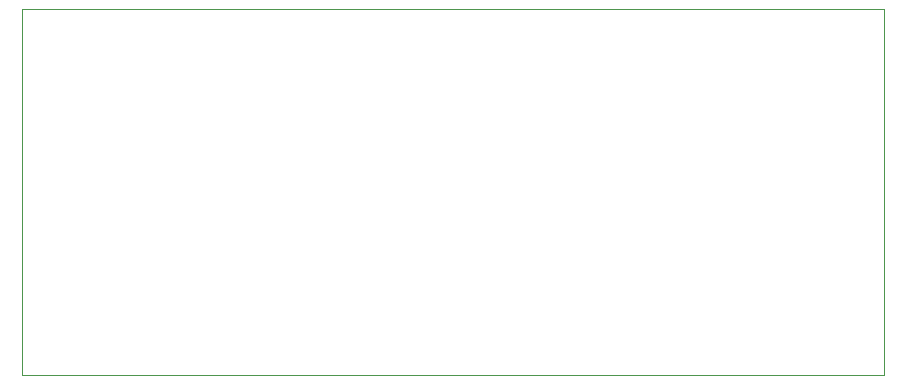
<source format=gbr>
G04*
G04 #@! TF.GenerationSoftware,Altium Limited,Altium Designer,23.0.1 (38)*
G04*
G04 Layer_Color=0*
%FSLAX25Y25*%
%MOIN*%
G70*
G04*
G04 #@! TF.SameCoordinates,E18D91D4-50B4-47E9-96DD-EFB38571A0BB*
G04*
G04*
G04 #@! TF.FilePolarity,Positive*
G04*
G01*
G75*
%ADD39C,0.00100*%
D39*
X0Y0D02*
X287500D01*
Y122000D01*
X0D01*
Y0D01*
M02*

</source>
